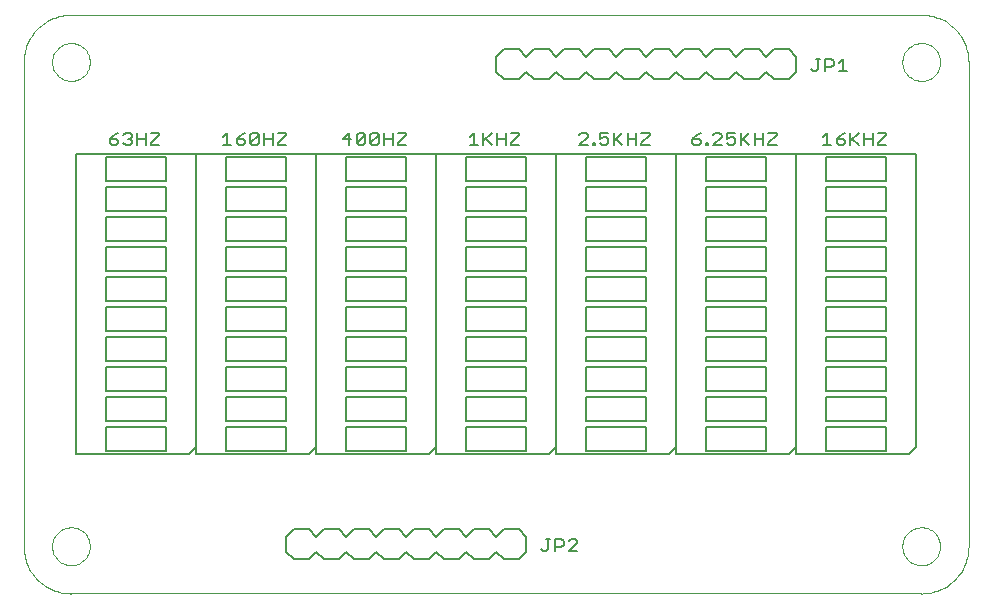
<source format=gto>
G75*
%MOIN*%
%OFA0B0*%
%FSLAX24Y24*%
%IPPOS*%
%LPD*%
%AMOC8*
5,1,8,0,0,1.08239X$1,22.5*
%
%ADD10C,0.0060*%
%ADD11C,0.0080*%
%ADD12C,0.0000*%
D10*
X007166Y008061D02*
X007166Y018061D01*
X011166Y018061D01*
X011166Y008311D01*
X010916Y008061D01*
X007166Y008061D01*
X008166Y008161D02*
X010166Y008161D01*
X010166Y008961D01*
X008166Y008961D01*
X008166Y008161D01*
X008166Y009161D02*
X010166Y009161D01*
X010166Y009961D01*
X008166Y009961D01*
X008166Y009161D01*
X008166Y010161D02*
X010166Y010161D01*
X010166Y010961D01*
X008166Y010961D01*
X008166Y010161D01*
X008166Y011161D02*
X008166Y011961D01*
X010166Y011961D01*
X010166Y011161D01*
X008166Y011161D01*
X008166Y012161D02*
X008166Y012961D01*
X010166Y012961D01*
X010166Y012161D01*
X008166Y012161D01*
X008166Y013161D02*
X008166Y013961D01*
X010166Y013961D01*
X010166Y013161D01*
X008166Y013161D01*
X008166Y014161D02*
X008166Y014961D01*
X010166Y014961D01*
X010166Y014161D01*
X008166Y014161D01*
X008166Y015161D02*
X008166Y015961D01*
X010166Y015961D01*
X010166Y015161D01*
X008166Y015161D01*
X008166Y016161D02*
X008166Y016961D01*
X010166Y016961D01*
X010166Y016161D01*
X008166Y016161D01*
X008166Y017161D02*
X008166Y017961D01*
X010166Y017961D01*
X010166Y017161D01*
X008166Y017161D01*
X011166Y018061D02*
X015166Y018061D01*
X015166Y008311D01*
X014916Y008061D01*
X011166Y008061D01*
X011166Y018061D01*
X012166Y017961D02*
X012166Y017161D01*
X014166Y017161D01*
X014166Y017961D01*
X012166Y017961D01*
X012166Y016961D02*
X012166Y016161D01*
X014166Y016161D01*
X014166Y016961D01*
X012166Y016961D01*
X012166Y015961D02*
X012166Y015161D01*
X014166Y015161D01*
X014166Y015961D01*
X012166Y015961D01*
X012166Y014961D02*
X012166Y014161D01*
X014166Y014161D01*
X014166Y014961D01*
X012166Y014961D01*
X012166Y013961D02*
X012166Y013161D01*
X014166Y013161D01*
X014166Y013961D01*
X012166Y013961D01*
X012166Y012961D02*
X012166Y012161D01*
X014166Y012161D01*
X014166Y012961D01*
X012166Y012961D01*
X012166Y011961D02*
X012166Y011161D01*
X014166Y011161D01*
X014166Y011961D01*
X012166Y011961D01*
X012166Y010961D02*
X014166Y010961D01*
X014166Y010161D01*
X012166Y010161D01*
X012166Y010961D01*
X012166Y009961D02*
X014166Y009961D01*
X014166Y009161D01*
X012166Y009161D01*
X012166Y009961D01*
X012166Y008961D02*
X014166Y008961D01*
X014166Y008161D01*
X012166Y008161D01*
X012166Y008961D01*
X015166Y008061D02*
X015166Y018061D01*
X019166Y018061D01*
X019166Y008311D01*
X018916Y008061D01*
X015166Y008061D01*
X016166Y008161D02*
X018166Y008161D01*
X018166Y008961D01*
X016166Y008961D01*
X016166Y008161D01*
X016166Y009161D02*
X018166Y009161D01*
X018166Y009961D01*
X016166Y009961D01*
X016166Y009161D01*
X016166Y010161D02*
X018166Y010161D01*
X018166Y010961D01*
X016166Y010961D01*
X016166Y010161D01*
X016166Y011161D02*
X016166Y011961D01*
X018166Y011961D01*
X018166Y011161D01*
X016166Y011161D01*
X016166Y012161D02*
X016166Y012961D01*
X018166Y012961D01*
X018166Y012161D01*
X016166Y012161D01*
X016166Y013161D02*
X016166Y013961D01*
X018166Y013961D01*
X018166Y013161D01*
X016166Y013161D01*
X016166Y014161D02*
X016166Y014961D01*
X018166Y014961D01*
X018166Y014161D01*
X016166Y014161D01*
X016166Y015161D02*
X016166Y015961D01*
X018166Y015961D01*
X018166Y015161D01*
X016166Y015161D01*
X016166Y016161D02*
X016166Y016961D01*
X018166Y016961D01*
X018166Y016161D01*
X016166Y016161D01*
X016166Y017161D02*
X016166Y017961D01*
X018166Y017961D01*
X018166Y017161D01*
X016166Y017161D01*
X019166Y018061D02*
X023166Y018061D01*
X023166Y008311D01*
X022916Y008061D01*
X019166Y008061D01*
X019166Y018061D01*
X020166Y017961D02*
X020166Y017161D01*
X022166Y017161D01*
X022166Y017961D01*
X020166Y017961D01*
X020166Y016961D02*
X020166Y016161D01*
X022166Y016161D01*
X022166Y016961D01*
X020166Y016961D01*
X020166Y015961D02*
X020166Y015161D01*
X022166Y015161D01*
X022166Y015961D01*
X020166Y015961D01*
X020166Y014961D02*
X020166Y014161D01*
X022166Y014161D01*
X022166Y014961D01*
X020166Y014961D01*
X020166Y013961D02*
X020166Y013161D01*
X022166Y013161D01*
X022166Y013961D01*
X020166Y013961D01*
X020166Y012961D02*
X020166Y012161D01*
X022166Y012161D01*
X022166Y012961D01*
X020166Y012961D01*
X020166Y011961D02*
X020166Y011161D01*
X022166Y011161D01*
X022166Y011961D01*
X020166Y011961D01*
X020166Y010961D02*
X022166Y010961D01*
X022166Y010161D01*
X020166Y010161D01*
X020166Y010961D01*
X020166Y009961D02*
X022166Y009961D01*
X022166Y009161D01*
X020166Y009161D01*
X020166Y009961D01*
X020166Y008961D02*
X022166Y008961D01*
X022166Y008161D01*
X020166Y008161D01*
X020166Y008961D01*
X023166Y008061D02*
X023166Y018061D01*
X027166Y018061D01*
X027166Y008311D01*
X026916Y008061D01*
X023166Y008061D01*
X024166Y008161D02*
X026166Y008161D01*
X026166Y008961D01*
X024166Y008961D01*
X024166Y008161D01*
X024166Y009161D02*
X026166Y009161D01*
X026166Y009961D01*
X024166Y009961D01*
X024166Y009161D01*
X024166Y010161D02*
X026166Y010161D01*
X026166Y010961D01*
X024166Y010961D01*
X024166Y010161D01*
X024166Y011161D02*
X024166Y011961D01*
X026166Y011961D01*
X026166Y011161D01*
X024166Y011161D01*
X024166Y012161D02*
X024166Y012961D01*
X026166Y012961D01*
X026166Y012161D01*
X024166Y012161D01*
X024166Y013161D02*
X024166Y013961D01*
X026166Y013961D01*
X026166Y013161D01*
X024166Y013161D01*
X024166Y014161D02*
X024166Y014961D01*
X026166Y014961D01*
X026166Y014161D01*
X024166Y014161D01*
X024166Y015161D02*
X024166Y015961D01*
X026166Y015961D01*
X026166Y015161D01*
X024166Y015161D01*
X024166Y016161D02*
X024166Y016961D01*
X026166Y016961D01*
X026166Y016161D01*
X024166Y016161D01*
X024166Y017161D02*
X024166Y017961D01*
X026166Y017961D01*
X026166Y017161D01*
X024166Y017161D01*
X027166Y018061D02*
X031166Y018061D01*
X031166Y008311D01*
X030916Y008061D01*
X027166Y008061D01*
X027166Y018061D01*
X028166Y017961D02*
X028166Y017161D01*
X030166Y017161D01*
X030166Y017961D01*
X028166Y017961D01*
X028166Y016961D02*
X028166Y016161D01*
X030166Y016161D01*
X030166Y016961D01*
X028166Y016961D01*
X028166Y015961D02*
X028166Y015161D01*
X030166Y015161D01*
X030166Y015961D01*
X028166Y015961D01*
X028166Y014961D02*
X028166Y014161D01*
X030166Y014161D01*
X030166Y014961D01*
X028166Y014961D01*
X028166Y013961D02*
X028166Y013161D01*
X030166Y013161D01*
X030166Y013961D01*
X028166Y013961D01*
X028166Y012961D02*
X028166Y012161D01*
X030166Y012161D01*
X030166Y012961D01*
X028166Y012961D01*
X028166Y011961D02*
X028166Y011161D01*
X030166Y011161D01*
X030166Y011961D01*
X028166Y011961D01*
X028166Y010961D02*
X030166Y010961D01*
X030166Y010161D01*
X028166Y010161D01*
X028166Y010961D01*
X028166Y009961D02*
X030166Y009961D01*
X030166Y009161D01*
X028166Y009161D01*
X028166Y009961D01*
X028166Y008961D02*
X030166Y008961D01*
X030166Y008161D01*
X028166Y008161D01*
X028166Y008961D01*
X031166Y008061D02*
X031166Y018061D01*
X035166Y018061D01*
X035166Y008311D01*
X034916Y008061D01*
X031166Y008061D01*
X032166Y008161D02*
X032166Y008961D01*
X034166Y008961D01*
X034166Y008161D01*
X032166Y008161D01*
X032166Y009161D02*
X034166Y009161D01*
X034166Y009961D01*
X032166Y009961D01*
X032166Y009161D01*
X032166Y010161D02*
X034166Y010161D01*
X034166Y010961D01*
X032166Y010961D01*
X032166Y010161D01*
X032166Y011161D02*
X032166Y011961D01*
X034166Y011961D01*
X034166Y011161D01*
X032166Y011161D01*
X032166Y012161D02*
X032166Y012961D01*
X034166Y012961D01*
X034166Y012161D01*
X032166Y012161D01*
X032166Y013161D02*
X032166Y013961D01*
X034166Y013961D01*
X034166Y013161D01*
X032166Y013161D01*
X032166Y014161D02*
X032166Y014961D01*
X034166Y014961D01*
X034166Y014161D01*
X032166Y014161D01*
X032166Y015161D02*
X032166Y015961D01*
X034166Y015961D01*
X034166Y015161D01*
X032166Y015161D01*
X032166Y016161D02*
X032166Y016961D01*
X034166Y016961D01*
X034166Y016161D01*
X032166Y016161D01*
X032166Y017161D02*
X032166Y017961D01*
X034166Y017961D01*
X034166Y017161D01*
X032166Y017161D01*
D11*
X032195Y018351D02*
X032195Y018772D01*
X032055Y018632D01*
X032055Y018351D02*
X032335Y018351D01*
X032516Y018421D02*
X032586Y018351D01*
X032726Y018351D01*
X032796Y018421D01*
X032796Y018491D01*
X032726Y018561D01*
X032516Y018561D01*
X032516Y018421D01*
X032516Y018561D02*
X032656Y018702D01*
X032796Y018772D01*
X032976Y018772D02*
X032976Y018351D01*
X032976Y018491D02*
X033256Y018772D01*
X033436Y018772D02*
X033436Y018351D01*
X033256Y018351D02*
X033046Y018561D01*
X033436Y018561D02*
X033717Y018561D01*
X033717Y018351D02*
X033717Y018772D01*
X033897Y018772D02*
X034177Y018772D01*
X034177Y018702D01*
X033897Y018421D01*
X033897Y018351D01*
X034177Y018351D01*
X030522Y018351D02*
X030242Y018351D01*
X030242Y018421D01*
X030522Y018702D01*
X030522Y018772D01*
X030242Y018772D01*
X030062Y018772D02*
X030062Y018351D01*
X030062Y018561D02*
X029782Y018561D01*
X029782Y018351D02*
X029782Y018772D01*
X029601Y018772D02*
X029321Y018491D01*
X029391Y018561D02*
X029601Y018351D01*
X029321Y018351D02*
X029321Y018772D01*
X029141Y018772D02*
X028861Y018772D01*
X028861Y018561D01*
X029001Y018632D01*
X029071Y018632D01*
X029141Y018561D01*
X029141Y018421D01*
X029071Y018351D01*
X028931Y018351D01*
X028861Y018421D01*
X028681Y018351D02*
X028400Y018351D01*
X028681Y018632D01*
X028681Y018702D01*
X028611Y018772D01*
X028471Y018772D01*
X028400Y018702D01*
X028240Y018421D02*
X028240Y018351D01*
X028170Y018351D01*
X028170Y018421D01*
X028240Y018421D01*
X027990Y018421D02*
X027990Y018491D01*
X027920Y018561D01*
X027710Y018561D01*
X027710Y018421D01*
X027780Y018351D01*
X027920Y018351D01*
X027990Y018421D01*
X027850Y018702D02*
X027710Y018561D01*
X027850Y018702D02*
X027990Y018772D01*
X026292Y018772D02*
X026292Y018702D01*
X026012Y018421D01*
X026012Y018351D01*
X026292Y018351D01*
X025832Y018351D02*
X025832Y018772D01*
X026012Y018772D02*
X026292Y018772D01*
X025832Y018561D02*
X025551Y018561D01*
X025551Y018351D02*
X025551Y018772D01*
X025371Y018772D02*
X025091Y018491D01*
X025161Y018561D02*
X025371Y018351D01*
X025091Y018351D02*
X025091Y018772D01*
X024911Y018772D02*
X024631Y018772D01*
X024631Y018561D01*
X024771Y018632D01*
X024841Y018632D01*
X024911Y018561D01*
X024911Y018421D01*
X024841Y018351D01*
X024701Y018351D01*
X024631Y018421D01*
X024471Y018421D02*
X024471Y018351D01*
X024400Y018351D01*
X024400Y018421D01*
X024471Y018421D01*
X024220Y018351D02*
X023940Y018351D01*
X024220Y018632D01*
X024220Y018702D01*
X024150Y018772D01*
X024010Y018772D01*
X023940Y018702D01*
X021947Y018702D02*
X021667Y018421D01*
X021667Y018351D01*
X021947Y018351D01*
X021947Y018702D02*
X021947Y018772D01*
X021667Y018772D01*
X021486Y018772D02*
X021486Y018351D01*
X021486Y018561D02*
X021206Y018561D01*
X021206Y018351D02*
X021206Y018772D01*
X021026Y018772D02*
X020746Y018491D01*
X020816Y018561D02*
X021026Y018351D01*
X020746Y018351D02*
X020746Y018772D01*
X020425Y018772D02*
X020285Y018632D01*
X020425Y018772D02*
X020425Y018351D01*
X020285Y018351D02*
X020566Y018351D01*
X018177Y018351D02*
X017897Y018351D01*
X017897Y018421D01*
X018177Y018702D01*
X018177Y018772D01*
X017897Y018772D01*
X017717Y018772D02*
X017717Y018351D01*
X017717Y018561D02*
X017436Y018561D01*
X017436Y018351D02*
X017436Y018772D01*
X017256Y018702D02*
X017186Y018772D01*
X017046Y018772D01*
X016976Y018702D01*
X016976Y018421D01*
X017256Y018702D01*
X017256Y018421D01*
X017186Y018351D01*
X017046Y018351D01*
X016976Y018421D01*
X016796Y018421D02*
X016726Y018351D01*
X016586Y018351D01*
X016516Y018421D01*
X016796Y018702D01*
X016796Y018421D01*
X016516Y018421D02*
X016516Y018702D01*
X016586Y018772D01*
X016726Y018772D01*
X016796Y018702D01*
X016335Y018561D02*
X016055Y018561D01*
X016265Y018772D01*
X016265Y018351D01*
X014177Y018351D02*
X013897Y018351D01*
X013897Y018421D01*
X014177Y018702D01*
X014177Y018772D01*
X013897Y018772D01*
X013717Y018772D02*
X013717Y018351D01*
X013717Y018561D02*
X013436Y018561D01*
X013436Y018351D02*
X013436Y018772D01*
X013256Y018702D02*
X012976Y018421D01*
X013046Y018351D01*
X013186Y018351D01*
X013256Y018421D01*
X013256Y018702D01*
X013186Y018772D01*
X013046Y018772D01*
X012976Y018702D01*
X012976Y018421D01*
X012796Y018421D02*
X012796Y018491D01*
X012726Y018561D01*
X012516Y018561D01*
X012516Y018421D01*
X012586Y018351D01*
X012726Y018351D01*
X012796Y018421D01*
X012656Y018702D02*
X012516Y018561D01*
X012656Y018702D02*
X012796Y018772D01*
X012195Y018772D02*
X012195Y018351D01*
X012055Y018351D02*
X012335Y018351D01*
X012055Y018632D02*
X012195Y018772D01*
X009947Y018772D02*
X009947Y018702D01*
X009667Y018421D01*
X009667Y018351D01*
X009947Y018351D01*
X009486Y018351D02*
X009486Y018772D01*
X009667Y018772D02*
X009947Y018772D01*
X009486Y018561D02*
X009206Y018561D01*
X009026Y018491D02*
X009026Y018421D01*
X008956Y018351D01*
X008816Y018351D01*
X008746Y018421D01*
X008566Y018421D02*
X008566Y018491D01*
X008496Y018561D01*
X008285Y018561D01*
X008285Y018421D01*
X008355Y018351D01*
X008496Y018351D01*
X008566Y018421D01*
X008285Y018561D02*
X008425Y018702D01*
X008566Y018772D01*
X008746Y018702D02*
X008816Y018772D01*
X008956Y018772D01*
X009026Y018702D01*
X009026Y018632D01*
X008956Y018561D01*
X009026Y018491D01*
X008956Y018561D02*
X008886Y018561D01*
X009206Y018351D02*
X009206Y018772D01*
X021166Y020811D02*
X021416Y020561D01*
X021916Y020561D01*
X022166Y020811D01*
X022416Y020561D01*
X022916Y020561D01*
X023166Y020811D01*
X023416Y020561D01*
X023916Y020561D01*
X024166Y020811D01*
X024416Y020561D01*
X024916Y020561D01*
X025166Y020811D01*
X025416Y020561D01*
X025916Y020561D01*
X026166Y020811D01*
X026416Y020561D01*
X026916Y020561D01*
X027166Y020811D01*
X027416Y020561D01*
X027916Y020561D01*
X028166Y020811D01*
X028416Y020561D01*
X028916Y020561D01*
X029166Y020811D01*
X029416Y020561D01*
X029916Y020561D01*
X030166Y020811D01*
X030416Y020561D01*
X030916Y020561D01*
X031166Y020811D01*
X031166Y021311D01*
X030916Y021561D01*
X030416Y021561D01*
X030166Y021311D01*
X029916Y021561D01*
X029416Y021561D01*
X029166Y021311D01*
X028916Y021561D01*
X028416Y021561D01*
X028166Y021311D01*
X027916Y021561D01*
X027416Y021561D01*
X027166Y021311D01*
X026916Y021561D01*
X026416Y021561D01*
X026166Y021311D01*
X025916Y021561D01*
X025416Y021561D01*
X025166Y021311D01*
X024916Y021561D01*
X024416Y021561D01*
X024166Y021311D01*
X023916Y021561D01*
X023416Y021561D01*
X023166Y021311D01*
X022916Y021561D01*
X022416Y021561D01*
X022166Y021311D01*
X021916Y021561D01*
X021416Y021561D01*
X021166Y021311D01*
X021166Y020811D01*
X031676Y020891D02*
X031746Y020821D01*
X031816Y020821D01*
X031886Y020891D01*
X031886Y021242D01*
X031816Y021242D02*
X031956Y021242D01*
X032137Y021242D02*
X032347Y021242D01*
X032417Y021172D01*
X032417Y021031D01*
X032347Y020961D01*
X032137Y020961D01*
X032137Y020821D02*
X032137Y021242D01*
X032597Y021102D02*
X032737Y021242D01*
X032737Y020821D01*
X032597Y020821D02*
X032877Y020821D01*
X021916Y005561D02*
X021416Y005561D01*
X021166Y005311D01*
X020916Y005561D01*
X020416Y005561D01*
X020166Y005311D01*
X019916Y005561D01*
X019416Y005561D01*
X019166Y005311D01*
X018916Y005561D01*
X018416Y005561D01*
X018166Y005311D01*
X017916Y005561D01*
X017416Y005561D01*
X017166Y005311D01*
X016916Y005561D01*
X016416Y005561D01*
X016166Y005311D01*
X015916Y005561D01*
X015416Y005561D01*
X015166Y005311D01*
X014916Y005561D01*
X014416Y005561D01*
X014166Y005311D01*
X014166Y004811D01*
X014416Y004561D01*
X014916Y004561D01*
X015166Y004811D01*
X015416Y004561D01*
X015916Y004561D01*
X016166Y004811D01*
X016416Y004561D01*
X016916Y004561D01*
X017166Y004811D01*
X017416Y004561D01*
X017916Y004561D01*
X018166Y004811D01*
X018416Y004561D01*
X018916Y004561D01*
X019166Y004811D01*
X019416Y004561D01*
X019916Y004561D01*
X020166Y004811D01*
X020416Y004561D01*
X020916Y004561D01*
X021166Y004811D01*
X021416Y004561D01*
X021916Y004561D01*
X022166Y004811D01*
X022166Y005311D01*
X021916Y005561D01*
X022816Y005242D02*
X022956Y005242D01*
X022886Y005242D02*
X022886Y004891D01*
X022816Y004821D01*
X022746Y004821D01*
X022676Y004891D01*
X023137Y004821D02*
X023137Y005242D01*
X023347Y005242D01*
X023417Y005172D01*
X023417Y005031D01*
X023347Y004961D01*
X023137Y004961D01*
X023597Y004821D02*
X023877Y005102D01*
X023877Y005172D01*
X023807Y005242D01*
X023667Y005242D01*
X023597Y005172D01*
X023597Y004821D02*
X023877Y004821D01*
D12*
X035339Y003416D02*
X006993Y003416D01*
X006363Y004990D02*
X006365Y005040D01*
X006371Y005090D01*
X006381Y005139D01*
X006395Y005187D01*
X006412Y005234D01*
X006433Y005279D01*
X006458Y005323D01*
X006486Y005364D01*
X006518Y005403D01*
X006552Y005440D01*
X006589Y005474D01*
X006629Y005504D01*
X006671Y005531D01*
X006715Y005555D01*
X006761Y005576D01*
X006808Y005592D01*
X006856Y005605D01*
X006906Y005614D01*
X006955Y005619D01*
X007006Y005620D01*
X007056Y005617D01*
X007105Y005610D01*
X007154Y005599D01*
X007202Y005584D01*
X007248Y005566D01*
X007293Y005544D01*
X007336Y005518D01*
X007377Y005489D01*
X007416Y005457D01*
X007452Y005422D01*
X007484Y005384D01*
X007514Y005344D01*
X007541Y005301D01*
X007564Y005257D01*
X007583Y005211D01*
X007599Y005163D01*
X007611Y005114D01*
X007619Y005065D01*
X007623Y005015D01*
X007623Y004965D01*
X007619Y004915D01*
X007611Y004866D01*
X007599Y004817D01*
X007583Y004769D01*
X007564Y004723D01*
X007541Y004679D01*
X007514Y004636D01*
X007484Y004596D01*
X007452Y004558D01*
X007416Y004523D01*
X007377Y004491D01*
X007336Y004462D01*
X007293Y004436D01*
X007248Y004414D01*
X007202Y004396D01*
X007154Y004381D01*
X007105Y004370D01*
X007056Y004363D01*
X007006Y004360D01*
X006955Y004361D01*
X006906Y004366D01*
X006856Y004375D01*
X006808Y004388D01*
X006761Y004404D01*
X006715Y004425D01*
X006671Y004449D01*
X006629Y004476D01*
X006589Y004506D01*
X006552Y004540D01*
X006518Y004577D01*
X006486Y004616D01*
X006458Y004657D01*
X006433Y004701D01*
X006412Y004746D01*
X006395Y004793D01*
X006381Y004841D01*
X006371Y004890D01*
X006365Y004940D01*
X006363Y004990D01*
X005418Y004990D02*
X005420Y004913D01*
X005426Y004836D01*
X005435Y004759D01*
X005448Y004683D01*
X005465Y004607D01*
X005486Y004533D01*
X005510Y004459D01*
X005538Y004387D01*
X005569Y004317D01*
X005604Y004248D01*
X005642Y004180D01*
X005683Y004115D01*
X005728Y004052D01*
X005776Y003991D01*
X005826Y003932D01*
X005879Y003876D01*
X005935Y003823D01*
X005994Y003773D01*
X006055Y003725D01*
X006118Y003680D01*
X006183Y003639D01*
X006251Y003601D01*
X006320Y003566D01*
X006390Y003535D01*
X006462Y003507D01*
X006536Y003483D01*
X006610Y003462D01*
X006686Y003445D01*
X006762Y003432D01*
X006839Y003423D01*
X006916Y003417D01*
X006993Y003415D01*
X005418Y004990D02*
X005418Y021132D01*
X006363Y021132D02*
X006365Y021182D01*
X006371Y021232D01*
X006381Y021281D01*
X006395Y021329D01*
X006412Y021376D01*
X006433Y021421D01*
X006458Y021465D01*
X006486Y021506D01*
X006518Y021545D01*
X006552Y021582D01*
X006589Y021616D01*
X006629Y021646D01*
X006671Y021673D01*
X006715Y021697D01*
X006761Y021718D01*
X006808Y021734D01*
X006856Y021747D01*
X006906Y021756D01*
X006955Y021761D01*
X007006Y021762D01*
X007056Y021759D01*
X007105Y021752D01*
X007154Y021741D01*
X007202Y021726D01*
X007248Y021708D01*
X007293Y021686D01*
X007336Y021660D01*
X007377Y021631D01*
X007416Y021599D01*
X007452Y021564D01*
X007484Y021526D01*
X007514Y021486D01*
X007541Y021443D01*
X007564Y021399D01*
X007583Y021353D01*
X007599Y021305D01*
X007611Y021256D01*
X007619Y021207D01*
X007623Y021157D01*
X007623Y021107D01*
X007619Y021057D01*
X007611Y021008D01*
X007599Y020959D01*
X007583Y020911D01*
X007564Y020865D01*
X007541Y020821D01*
X007514Y020778D01*
X007484Y020738D01*
X007452Y020700D01*
X007416Y020665D01*
X007377Y020633D01*
X007336Y020604D01*
X007293Y020578D01*
X007248Y020556D01*
X007202Y020538D01*
X007154Y020523D01*
X007105Y020512D01*
X007056Y020505D01*
X007006Y020502D01*
X006955Y020503D01*
X006906Y020508D01*
X006856Y020517D01*
X006808Y020530D01*
X006761Y020546D01*
X006715Y020567D01*
X006671Y020591D01*
X006629Y020618D01*
X006589Y020648D01*
X006552Y020682D01*
X006518Y020719D01*
X006486Y020758D01*
X006458Y020799D01*
X006433Y020843D01*
X006412Y020888D01*
X006395Y020935D01*
X006381Y020983D01*
X006371Y021032D01*
X006365Y021082D01*
X006363Y021132D01*
X005418Y021132D02*
X005420Y021209D01*
X005426Y021286D01*
X005435Y021363D01*
X005448Y021439D01*
X005465Y021515D01*
X005486Y021589D01*
X005510Y021663D01*
X005538Y021735D01*
X005569Y021805D01*
X005604Y021874D01*
X005642Y021942D01*
X005683Y022007D01*
X005728Y022070D01*
X005776Y022131D01*
X005826Y022190D01*
X005879Y022246D01*
X005935Y022299D01*
X005994Y022349D01*
X006055Y022397D01*
X006118Y022442D01*
X006183Y022483D01*
X006251Y022521D01*
X006320Y022556D01*
X006390Y022587D01*
X006462Y022615D01*
X006536Y022639D01*
X006610Y022660D01*
X006686Y022677D01*
X006762Y022690D01*
X006839Y022699D01*
X006916Y022705D01*
X006993Y022707D01*
X035339Y022707D01*
X034709Y021132D02*
X034711Y021182D01*
X034717Y021232D01*
X034727Y021281D01*
X034741Y021329D01*
X034758Y021376D01*
X034779Y021421D01*
X034804Y021465D01*
X034832Y021506D01*
X034864Y021545D01*
X034898Y021582D01*
X034935Y021616D01*
X034975Y021646D01*
X035017Y021673D01*
X035061Y021697D01*
X035107Y021718D01*
X035154Y021734D01*
X035202Y021747D01*
X035252Y021756D01*
X035301Y021761D01*
X035352Y021762D01*
X035402Y021759D01*
X035451Y021752D01*
X035500Y021741D01*
X035548Y021726D01*
X035594Y021708D01*
X035639Y021686D01*
X035682Y021660D01*
X035723Y021631D01*
X035762Y021599D01*
X035798Y021564D01*
X035830Y021526D01*
X035860Y021486D01*
X035887Y021443D01*
X035910Y021399D01*
X035929Y021353D01*
X035945Y021305D01*
X035957Y021256D01*
X035965Y021207D01*
X035969Y021157D01*
X035969Y021107D01*
X035965Y021057D01*
X035957Y021008D01*
X035945Y020959D01*
X035929Y020911D01*
X035910Y020865D01*
X035887Y020821D01*
X035860Y020778D01*
X035830Y020738D01*
X035798Y020700D01*
X035762Y020665D01*
X035723Y020633D01*
X035682Y020604D01*
X035639Y020578D01*
X035594Y020556D01*
X035548Y020538D01*
X035500Y020523D01*
X035451Y020512D01*
X035402Y020505D01*
X035352Y020502D01*
X035301Y020503D01*
X035252Y020508D01*
X035202Y020517D01*
X035154Y020530D01*
X035107Y020546D01*
X035061Y020567D01*
X035017Y020591D01*
X034975Y020618D01*
X034935Y020648D01*
X034898Y020682D01*
X034864Y020719D01*
X034832Y020758D01*
X034804Y020799D01*
X034779Y020843D01*
X034758Y020888D01*
X034741Y020935D01*
X034727Y020983D01*
X034717Y021032D01*
X034711Y021082D01*
X034709Y021132D01*
X035339Y022707D02*
X035416Y022705D01*
X035493Y022699D01*
X035570Y022690D01*
X035646Y022677D01*
X035722Y022660D01*
X035796Y022639D01*
X035870Y022615D01*
X035942Y022587D01*
X036012Y022556D01*
X036081Y022521D01*
X036149Y022483D01*
X036214Y022442D01*
X036277Y022397D01*
X036338Y022349D01*
X036397Y022299D01*
X036453Y022246D01*
X036506Y022190D01*
X036556Y022131D01*
X036604Y022070D01*
X036649Y022007D01*
X036690Y021942D01*
X036728Y021874D01*
X036763Y021805D01*
X036794Y021735D01*
X036822Y021663D01*
X036846Y021589D01*
X036867Y021515D01*
X036884Y021439D01*
X036897Y021363D01*
X036906Y021286D01*
X036912Y021209D01*
X036914Y021132D01*
X036914Y004990D01*
X034709Y004990D02*
X034711Y005040D01*
X034717Y005090D01*
X034727Y005139D01*
X034741Y005187D01*
X034758Y005234D01*
X034779Y005279D01*
X034804Y005323D01*
X034832Y005364D01*
X034864Y005403D01*
X034898Y005440D01*
X034935Y005474D01*
X034975Y005504D01*
X035017Y005531D01*
X035061Y005555D01*
X035107Y005576D01*
X035154Y005592D01*
X035202Y005605D01*
X035252Y005614D01*
X035301Y005619D01*
X035352Y005620D01*
X035402Y005617D01*
X035451Y005610D01*
X035500Y005599D01*
X035548Y005584D01*
X035594Y005566D01*
X035639Y005544D01*
X035682Y005518D01*
X035723Y005489D01*
X035762Y005457D01*
X035798Y005422D01*
X035830Y005384D01*
X035860Y005344D01*
X035887Y005301D01*
X035910Y005257D01*
X035929Y005211D01*
X035945Y005163D01*
X035957Y005114D01*
X035965Y005065D01*
X035969Y005015D01*
X035969Y004965D01*
X035965Y004915D01*
X035957Y004866D01*
X035945Y004817D01*
X035929Y004769D01*
X035910Y004723D01*
X035887Y004679D01*
X035860Y004636D01*
X035830Y004596D01*
X035798Y004558D01*
X035762Y004523D01*
X035723Y004491D01*
X035682Y004462D01*
X035639Y004436D01*
X035594Y004414D01*
X035548Y004396D01*
X035500Y004381D01*
X035451Y004370D01*
X035402Y004363D01*
X035352Y004360D01*
X035301Y004361D01*
X035252Y004366D01*
X035202Y004375D01*
X035154Y004388D01*
X035107Y004404D01*
X035061Y004425D01*
X035017Y004449D01*
X034975Y004476D01*
X034935Y004506D01*
X034898Y004540D01*
X034864Y004577D01*
X034832Y004616D01*
X034804Y004657D01*
X034779Y004701D01*
X034758Y004746D01*
X034741Y004793D01*
X034727Y004841D01*
X034717Y004890D01*
X034711Y004940D01*
X034709Y004990D01*
X035339Y003415D02*
X035416Y003417D01*
X035493Y003423D01*
X035570Y003432D01*
X035646Y003445D01*
X035722Y003462D01*
X035796Y003483D01*
X035870Y003507D01*
X035942Y003535D01*
X036012Y003566D01*
X036081Y003601D01*
X036149Y003639D01*
X036214Y003680D01*
X036277Y003725D01*
X036338Y003773D01*
X036397Y003823D01*
X036453Y003876D01*
X036506Y003932D01*
X036556Y003991D01*
X036604Y004052D01*
X036649Y004115D01*
X036690Y004180D01*
X036728Y004248D01*
X036763Y004317D01*
X036794Y004387D01*
X036822Y004459D01*
X036846Y004533D01*
X036867Y004607D01*
X036884Y004683D01*
X036897Y004759D01*
X036906Y004836D01*
X036912Y004913D01*
X036914Y004990D01*
M02*

</source>
